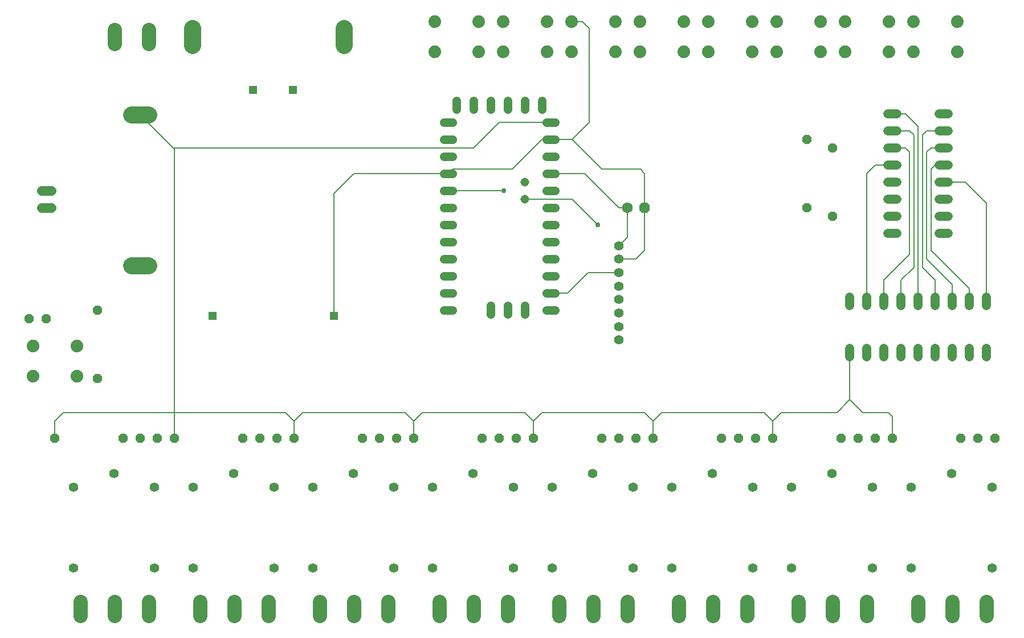
<source format=gbr>
G04 EAGLE Gerber RS-274X export*
G75*
%MOMM*%
%FSLAX34Y34*%
%LPD*%
%INTop Copper*%
%IPPOS*%
%AMOC8*
5,1,8,0,0,1.08239X$1,22.5*%
G01*
%ADD10P,1.732040X8X22.500000*%
%ADD11C,1.600200*%
%ADD12C,1.879600*%
%ADD13C,2.540000*%
%ADD14C,1.320800*%
%ADD15P,1.429621X8X202.500000*%
%ADD16P,1.429621X8X22.500000*%
%ADD17P,1.429621X8X112.500000*%
%ADD18P,1.429621X8X292.500000*%
%ADD19C,1.422400*%
%ADD20C,1.422400*%
%ADD21C,1.408000*%
%ADD22C,1.308000*%
%ADD23C,1.308000*%
%ADD24R,1.308000X1.308000*%
%ADD25C,2.095500*%
%ADD26C,0.152400*%
%ADD27C,0.756400*%


D10*
X965200Y673100D03*
D11*
X939800Y673100D03*
D12*
X121412Y421894D03*
X56388Y421894D03*
X121412Y467106D03*
X56388Y467106D03*
D13*
X293878Y914400D02*
X293878Y939800D01*
X518922Y939800D02*
X518922Y914400D01*
X228600Y585978D02*
X203200Y585978D01*
X203200Y811022D02*
X228600Y811022D01*
D14*
X1473200Y540004D02*
X1473200Y526796D01*
X1447800Y526796D02*
X1447800Y540004D01*
X1320800Y540004D02*
X1320800Y526796D01*
X1295400Y526796D02*
X1295400Y540004D01*
X1422400Y540004D02*
X1422400Y526796D01*
X1397000Y526796D02*
X1397000Y540004D01*
X1346200Y540004D02*
X1346200Y526796D01*
X1371600Y526796D02*
X1371600Y540004D01*
X1270000Y540004D02*
X1270000Y526796D01*
X1270000Y463804D02*
X1270000Y450596D01*
X1295400Y450596D02*
X1295400Y463804D01*
X1320800Y463804D02*
X1320800Y450596D01*
X1346200Y450596D02*
X1346200Y463804D01*
X1371600Y463804D02*
X1371600Y450596D01*
X1397000Y450596D02*
X1397000Y463804D01*
X1422400Y463804D02*
X1422400Y450596D01*
X1447800Y450596D02*
X1447800Y463804D01*
X1473200Y463804D02*
X1473200Y450596D01*
D15*
X1485900Y330200D03*
X1460500Y330200D03*
X1308100Y330200D03*
X1282700Y330200D03*
X1130300Y330200D03*
X1104900Y330200D03*
X952500Y330200D03*
X927100Y330200D03*
D16*
X50800Y508000D03*
X76200Y508000D03*
D15*
X774700Y330200D03*
X749300Y330200D03*
X596900Y330200D03*
X571500Y330200D03*
X419100Y330200D03*
X393700Y330200D03*
X241300Y330200D03*
X215900Y330200D03*
X1435100Y330200D03*
X1333500Y330200D03*
D17*
X1244600Y660400D03*
X1244600Y762000D03*
X1206500Y673100D03*
X1206500Y774700D03*
D15*
X1257300Y330200D03*
X1155700Y330200D03*
X1079500Y330200D03*
X977900Y330200D03*
X901700Y330200D03*
X800100Y330200D03*
D18*
X152400Y520700D03*
X152400Y419100D03*
D15*
X723900Y330200D03*
X622300Y330200D03*
X546100Y330200D03*
X444500Y330200D03*
X368300Y330200D03*
X266700Y330200D03*
X190500Y330200D03*
X88900Y330200D03*
D12*
X653288Y949706D03*
X718312Y949706D03*
X653288Y904494D03*
X718312Y904494D03*
X754888Y949706D03*
X819912Y949706D03*
X754888Y904494D03*
X819912Y904494D03*
X856488Y949706D03*
X921512Y949706D03*
X856488Y904494D03*
X921512Y904494D03*
X958088Y949706D03*
X1023112Y949706D03*
X958088Y904494D03*
X1023112Y904494D03*
X1059688Y949706D03*
X1124712Y949706D03*
X1059688Y904494D03*
X1124712Y904494D03*
X1161288Y949706D03*
X1226312Y949706D03*
X1161288Y904494D03*
X1226312Y904494D03*
X1262888Y949706D03*
X1327912Y949706D03*
X1262888Y904494D03*
X1327912Y904494D03*
X1364488Y949706D03*
X1429512Y949706D03*
X1364488Y904494D03*
X1429512Y904494D03*
D19*
X83312Y673100D02*
X69088Y673100D01*
X69088Y698500D02*
X83312Y698500D01*
D20*
X927100Y616100D03*
X927100Y596100D03*
X927100Y576100D03*
X927100Y556100D03*
X927100Y536100D03*
X927100Y516100D03*
X927100Y496100D03*
X927100Y476100D03*
D21*
X294400Y137100D03*
X414400Y257100D03*
X354400Y277100D03*
X414400Y137100D03*
X294400Y257100D03*
X116600Y137100D03*
X236600Y257100D03*
X176600Y277100D03*
X236600Y137100D03*
X116600Y257100D03*
D14*
X1403096Y635000D02*
X1416304Y635000D01*
X1416304Y660400D02*
X1403096Y660400D01*
X1403096Y787400D02*
X1416304Y787400D01*
X1416304Y812800D02*
X1403096Y812800D01*
X1403096Y685800D02*
X1416304Y685800D01*
X1416304Y711200D02*
X1403096Y711200D01*
X1403096Y762000D02*
X1416304Y762000D01*
X1416304Y736600D02*
X1403096Y736600D01*
X1340104Y812800D02*
X1326896Y812800D01*
X1326896Y787400D02*
X1340104Y787400D01*
X1340104Y762000D02*
X1326896Y762000D01*
X1326896Y736600D02*
X1340104Y736600D01*
X1340104Y711200D02*
X1326896Y711200D01*
X1326896Y685800D02*
X1340104Y685800D01*
X1340104Y660400D02*
X1326896Y660400D01*
X1326896Y635000D02*
X1340104Y635000D01*
D22*
X685800Y818960D02*
X685800Y832040D01*
X711200Y832040D02*
X711200Y818960D01*
X736600Y818960D02*
X736600Y832040D01*
X762000Y832040D02*
X762000Y818960D01*
X787400Y818960D02*
X787400Y832040D01*
X812800Y832040D02*
X812800Y818960D01*
X679640Y800100D02*
X666560Y800100D01*
X666560Y774700D02*
X679640Y774700D01*
X679640Y749300D02*
X666560Y749300D01*
X666560Y723900D02*
X679640Y723900D01*
X679640Y698500D02*
X666560Y698500D01*
X666560Y673100D02*
X679640Y673100D01*
X679640Y647700D02*
X666560Y647700D01*
X666560Y622300D02*
X679640Y622300D01*
X679640Y596900D02*
X666560Y596900D01*
X666560Y571500D02*
X679640Y571500D01*
X679640Y546100D02*
X666560Y546100D01*
X666560Y520700D02*
X679640Y520700D01*
X818960Y800100D02*
X832040Y800100D01*
X832040Y774700D02*
X818960Y774700D01*
X818960Y749300D02*
X832040Y749300D01*
X832040Y723900D02*
X818960Y723900D01*
X818960Y698500D02*
X832040Y698500D01*
X832040Y673100D02*
X818960Y673100D01*
X818960Y647700D02*
X832040Y647700D01*
X832040Y622300D02*
X818960Y622300D01*
X818960Y596900D02*
X832040Y596900D01*
X832040Y571500D02*
X818960Y571500D01*
X818960Y546100D02*
X832040Y546100D01*
X832040Y520700D02*
X818960Y520700D01*
X787400Y527240D02*
X787400Y514160D01*
X762000Y514160D02*
X762000Y527240D01*
X736600Y527240D02*
X736600Y514160D01*
D23*
X787400Y711200D03*
X787400Y685800D03*
D24*
X383450Y847950D03*
X442450Y847950D03*
X503450Y511950D03*
X323450Y511950D03*
D21*
X1361200Y137100D03*
X1481200Y257100D03*
X1421200Y277100D03*
X1481200Y137100D03*
X1361200Y257100D03*
X1183400Y137100D03*
X1303400Y257100D03*
X1243400Y277100D03*
X1303400Y137100D03*
X1183400Y257100D03*
X1005600Y137100D03*
X1125600Y257100D03*
X1065600Y277100D03*
X1125600Y137100D03*
X1005600Y257100D03*
X827800Y137100D03*
X947800Y257100D03*
X887800Y277100D03*
X947800Y137100D03*
X827800Y257100D03*
X650000Y137100D03*
X770000Y257100D03*
X710000Y277100D03*
X770000Y137100D03*
X650000Y257100D03*
X472200Y137100D03*
X592200Y257100D03*
X532200Y277100D03*
X592200Y137100D03*
X472200Y257100D03*
D25*
X228600Y916623D02*
X228600Y937578D01*
X177800Y937578D02*
X177800Y916623D01*
X1371600Y86678D02*
X1371600Y65723D01*
X1422400Y65723D02*
X1422400Y86678D01*
X1473200Y86678D02*
X1473200Y65723D01*
X1193800Y65723D02*
X1193800Y86678D01*
X1244600Y86678D02*
X1244600Y65723D01*
X1295400Y65723D02*
X1295400Y86678D01*
X1016000Y86678D02*
X1016000Y65723D01*
X1066800Y65723D02*
X1066800Y86678D01*
X1117600Y86678D02*
X1117600Y65723D01*
X838200Y65723D02*
X838200Y86678D01*
X889000Y86678D02*
X889000Y65723D01*
X939800Y65723D02*
X939800Y86678D01*
X660400Y86678D02*
X660400Y65723D01*
X711200Y65723D02*
X711200Y86678D01*
X762000Y86678D02*
X762000Y65723D01*
X482600Y65723D02*
X482600Y86678D01*
X533400Y86678D02*
X533400Y65723D01*
X584200Y65723D02*
X584200Y86678D01*
X304800Y86678D02*
X304800Y65723D01*
X355600Y65723D02*
X355600Y86678D01*
X406400Y86678D02*
X406400Y65723D01*
X127000Y65723D02*
X127000Y86678D01*
X177800Y86678D02*
X177800Y65723D01*
X228600Y65723D02*
X228600Y86678D01*
D26*
X503450Y511950D02*
X503450Y693950D01*
X533400Y723900D01*
X673100Y723900D01*
X679450Y730250D01*
X768350Y730250D01*
X812800Y774700D01*
X825500Y774700D01*
X857250Y774700D01*
X882650Y800100D01*
X882650Y939800D01*
X872744Y949706D01*
X856488Y949706D01*
X857250Y774700D02*
X901700Y730250D01*
X958850Y730250D01*
X965200Y723900D01*
X965200Y673100D01*
X927900Y596900D02*
X927100Y596100D01*
X927900Y596900D02*
X952500Y596900D01*
X965200Y609600D01*
X965200Y673100D01*
X939800Y628800D02*
X927100Y616100D01*
X939800Y628800D02*
X939800Y673100D01*
X876300Y723900D02*
X825500Y723900D01*
X876300Y723900D02*
X927100Y673100D01*
X939800Y673100D01*
D27*
X755650Y698500D03*
D26*
X673100Y698500D01*
X825500Y546100D02*
X850900Y546100D01*
X880900Y576100D01*
X927100Y576100D01*
X266700Y760222D02*
X215900Y811022D01*
X266700Y760222D02*
X266700Y368300D01*
X266700Y330200D01*
X1270000Y387350D02*
X1270000Y457200D01*
X1289050Y368300D02*
X1327150Y368300D01*
X1333500Y361950D01*
X1333500Y330200D01*
X1289050Y368300D02*
X1270000Y387350D01*
X264922Y762000D02*
X215900Y811022D01*
X711200Y762000D02*
X749300Y800100D01*
X825500Y800100D01*
X711200Y762000D02*
X264922Y762000D01*
X1250950Y368300D02*
X1270000Y387350D01*
X1250950Y368300D02*
X1168400Y368300D01*
X1155700Y355600D01*
X1155700Y330200D01*
X1155700Y355600D02*
X1143000Y368300D01*
X990600Y368300D01*
X977900Y355600D01*
X88900Y355600D02*
X88900Y330200D01*
X88900Y355600D02*
X101600Y368300D01*
X266700Y368300D01*
X431800Y368300D02*
X444500Y355600D01*
X431800Y368300D02*
X266700Y368300D01*
X444500Y355600D02*
X444500Y330200D01*
X444500Y355600D02*
X457200Y368300D01*
X609600Y368300D01*
X622300Y355600D01*
X622300Y330200D01*
X977900Y330200D02*
X977900Y355600D01*
X965200Y368300D01*
X812800Y368300D01*
X787400Y368300D02*
X635000Y368300D01*
X622300Y355600D01*
X800100Y349250D02*
X800100Y330200D01*
X800100Y355600D02*
X812800Y368300D01*
X800100Y355600D02*
X787400Y368300D01*
X800100Y355600D02*
X800100Y330200D01*
X1409700Y711200D02*
X1441450Y711200D01*
X1473200Y679450D01*
X1473200Y533400D01*
X1409700Y736600D02*
X1397000Y736600D01*
X1390650Y730250D01*
X1390650Y609600D01*
X1447800Y552450D01*
X1447800Y533400D01*
X1409700Y762000D02*
X1390650Y762000D01*
X1384300Y755650D01*
X1384300Y596900D02*
X1422400Y558800D01*
X1422400Y533400D01*
X1384300Y596900D02*
X1384300Y755650D01*
X1384300Y787400D02*
X1409700Y787400D01*
X1384300Y787400D02*
X1377950Y781050D01*
X1377950Y584200D02*
X1397000Y565150D01*
X1397000Y533400D01*
X1377950Y584200D02*
X1377950Y781050D01*
X1352550Y812800D02*
X1333500Y812800D01*
X1352550Y812800D02*
X1371600Y793750D01*
X1371600Y533400D01*
X1358900Y787400D02*
X1333500Y787400D01*
X1358900Y787400D02*
X1365250Y781050D01*
X1365250Y584200D01*
X1346200Y565150D01*
X1346200Y533400D01*
X1352550Y762000D02*
X1333500Y762000D01*
X1352550Y762000D02*
X1358900Y755650D01*
X1358900Y603250D01*
X1320800Y565150D01*
X1320800Y533400D01*
X1333500Y736600D02*
X1308100Y736600D01*
X1295400Y723900D01*
X1295400Y533400D01*
D27*
X895350Y647700D03*
D26*
X857250Y685800D01*
X787400Y685800D01*
M02*

</source>
